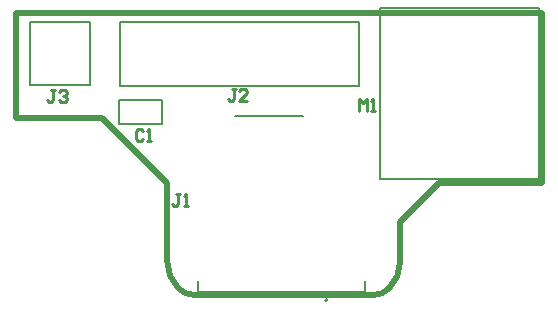
<source format=gto>
G04*
G04 #@! TF.GenerationSoftware,Altium Limited,CircuitStudio,1.5.2 (1.5.2.30)*
G04*
G04 Layer_Color=15065295*
%FSLAX44Y44*%
%MOMM*%
G71*
G01*
G75*
%ADD17C,0.2540*%
%ADD18C,0.5000*%
%ADD25C,0.2000*%
%ADD26C,0.2032*%
%ADD27C,0.1778*%
%ADD28C,0.1270*%
D17*
X459240Y427295D02*
Y437292D01*
X462572Y433959D01*
X465905Y437292D01*
Y427295D01*
X469237D02*
X472569D01*
X470903D01*
Y437292D01*
X469237Y435626D01*
X276905Y409626D02*
X275238Y411292D01*
X271906D01*
X270240Y409626D01*
Y402961D01*
X271906Y401295D01*
X275238D01*
X276905Y402961D01*
X280237Y401295D02*
X283569D01*
X281903D01*
Y411292D01*
X280237Y409626D01*
X307904Y356292D02*
X304572D01*
X306238D01*
Y347961D01*
X304572Y346295D01*
X302906D01*
X301240Y347961D01*
X311237Y346295D02*
X314569D01*
X312903D01*
Y356292D01*
X311237Y354626D01*
X354905Y445292D02*
X351572D01*
X353238D01*
Y436961D01*
X351572Y435295D01*
X349906D01*
X348240Y436961D01*
X364901Y435295D02*
X358237D01*
X364901Y441959D01*
Y443626D01*
X363235Y445292D01*
X359903D01*
X358237Y443626D01*
X201905Y444292D02*
X198572D01*
X200238D01*
Y435961D01*
X198572Y434295D01*
X196906D01*
X195240Y435961D01*
X205237Y442626D02*
X206903Y444292D01*
X210235D01*
X211901Y442626D01*
Y440959D01*
X210235Y439293D01*
X208569D01*
X210235D01*
X211901Y437627D01*
Y435961D01*
X210235Y434295D01*
X206903D01*
X205237Y435961D01*
D18*
X307169Y276295D02*
G03*
X319240Y271295I12071J12071D01*
G01*
X297169Y298995D02*
G03*
X306149Y277315I30661J0D01*
G01*
X485260D02*
G03*
X494240Y298995I-21680J21680D01*
G01*
X472169Y271295D02*
G03*
X484240Y276295I0J17071D01*
G01*
X494240Y298995D02*
Y333295D01*
X527240Y366295D01*
X614240D01*
X169240Y421295D02*
X242169D01*
X297169Y366295D01*
Y298995D02*
Y366295D01*
X484240Y276295D02*
X485260Y277315D01*
X469240Y271295D02*
X472169D01*
X169240Y421295D02*
Y510000D01*
X614240Y366295D02*
Y510000D01*
X319240Y271295D02*
X469240D01*
X169240Y510000D02*
X614240D01*
D25*
X432800Y266700D02*
G03*
X432800Y266700I-1000J0D01*
G01*
X611740Y369545D02*
Y513795D01*
X477240D02*
X611740D01*
X477240Y369545D02*
X611740D01*
X477240D02*
Y513795D01*
D26*
X256206Y436455D02*
X292274D01*
X256206Y416135D02*
X292274D01*
X256206D02*
Y436455D01*
X292274Y416135D02*
Y436455D01*
D27*
X180740Y448580D02*
Y502580D01*
Y448580D02*
X231440D01*
X180740Y502580D02*
X231440D01*
Y448580D02*
Y502580D01*
X257040Y448295D02*
Y502295D01*
Y448295D02*
X459740D01*
X257040Y502295D02*
X459740D01*
Y448295D02*
Y502295D01*
D28*
X464400Y273350D02*
Y282800D01*
X323000Y273350D02*
X464400D01*
X323000D02*
Y282800D01*
X354700Y422850D02*
X411700D01*
M02*

</source>
